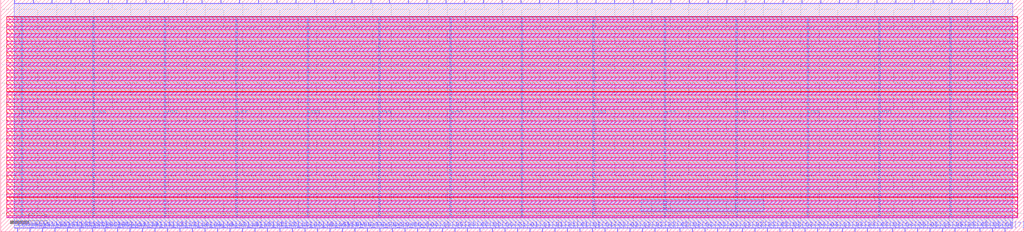
<source format=lef>
VERSION 5.7 ;
  NOWIREEXTENSIONATPIN ON ;
  DIVIDERCHAR "/" ;
  BUSBITCHARS "[]" ;
MACRO ram_controller
  CLASS BLOCK ;
  FOREIGN ram_controller ;
  ORIGIN 0.000 0.000 ;
  SIZE 1100.000 BY 250.000 ;
  PIN A_all[0]
    DIRECTION OUTPUT TRISTATE ;
    USE SIGNAL ;
    ANTENNADIFFAREA 4.731200 ;
    PORT
      LAYER Metal2 ;
        RECT 138.880 0.000 139.440 4.000 ;
    END
  END A_all[0]
  PIN A_all[1]
    DIRECTION OUTPUT TRISTATE ;
    USE SIGNAL ;
    ANTENNADIFFAREA 4.731200 ;
    PORT
      LAYER Metal2 ;
        RECT 152.320 0.000 152.880 4.000 ;
    END
  END A_all[1]
  PIN A_all[2]
    DIRECTION OUTPUT TRISTATE ;
    USE SIGNAL ;
    ANTENNADIFFAREA 4.731200 ;
    PORT
      LAYER Metal2 ;
        RECT 165.760 0.000 166.320 4.000 ;
    END
  END A_all[2]
  PIN A_all[3]
    DIRECTION OUTPUT TRISTATE ;
    USE SIGNAL ;
    ANTENNADIFFAREA 4.731200 ;
    PORT
      LAYER Metal2 ;
        RECT 179.200 0.000 179.760 4.000 ;
    END
  END A_all[3]
  PIN A_all[4]
    DIRECTION OUTPUT TRISTATE ;
    USE SIGNAL ;
    ANTENNADIFFAREA 4.731200 ;
    PORT
      LAYER Metal2 ;
        RECT 192.640 0.000 193.200 4.000 ;
    END
  END A_all[4]
  PIN A_all[5]
    DIRECTION OUTPUT TRISTATE ;
    USE SIGNAL ;
    ANTENNADIFFAREA 4.731200 ;
    PORT
      LAYER Metal2 ;
        RECT 206.080 0.000 206.640 4.000 ;
    END
  END A_all[5]
  PIN A_all[6]
    DIRECTION OUTPUT TRISTATE ;
    USE SIGNAL ;
    ANTENNADIFFAREA 4.731200 ;
    PORT
      LAYER Metal2 ;
        RECT 219.520 0.000 220.080 4.000 ;
    END
  END A_all[6]
  PIN A_all[7]
    DIRECTION OUTPUT TRISTATE ;
    USE SIGNAL ;
    ANTENNADIFFAREA 4.731200 ;
    PORT
      LAYER Metal2 ;
        RECT 232.960 0.000 233.520 4.000 ;
    END
  END A_all[7]
  PIN A_all[8]
    DIRECTION OUTPUT TRISTATE ;
    USE SIGNAL ;
    ANTENNADIFFAREA 4.731200 ;
    PORT
      LAYER Metal2 ;
        RECT 246.400 0.000 246.960 4.000 ;
    END
  END A_all[8]
  PIN CEN_all
    DIRECTION OUTPUT TRISTATE ;
    USE SIGNAL ;
    ANTENNADIFFAREA 4.731200 ;
    PORT
      LAYER Metal2 ;
        RECT 17.920 0.000 18.480 4.000 ;
    END
  END CEN_all
  PIN D_all[0]
    DIRECTION OUTPUT TRISTATE ;
    USE SIGNAL ;
    ANTENNADIFFAREA 4.731200 ;
    PORT
      LAYER Metal2 ;
        RECT 259.840 0.000 260.400 4.000 ;
    END
  END D_all[0]
  PIN D_all[1]
    DIRECTION OUTPUT TRISTATE ;
    USE SIGNAL ;
    ANTENNADIFFAREA 4.731200 ;
    PORT
      LAYER Metal2 ;
        RECT 273.280 0.000 273.840 4.000 ;
    END
  END D_all[1]
  PIN D_all[2]
    DIRECTION OUTPUT TRISTATE ;
    USE SIGNAL ;
    ANTENNADIFFAREA 4.731200 ;
    PORT
      LAYER Metal2 ;
        RECT 286.720 0.000 287.280 4.000 ;
    END
  END D_all[2]
  PIN D_all[3]
    DIRECTION OUTPUT TRISTATE ;
    USE SIGNAL ;
    ANTENNADIFFAREA 4.731200 ;
    PORT
      LAYER Metal2 ;
        RECT 300.160 0.000 300.720 4.000 ;
    END
  END D_all[3]
  PIN D_all[4]
    DIRECTION OUTPUT TRISTATE ;
    USE SIGNAL ;
    ANTENNADIFFAREA 4.731200 ;
    PORT
      LAYER Metal2 ;
        RECT 313.600 0.000 314.160 4.000 ;
    END
  END D_all[4]
  PIN D_all[5]
    DIRECTION OUTPUT TRISTATE ;
    USE SIGNAL ;
    ANTENNADIFFAREA 4.731200 ;
    PORT
      LAYER Metal2 ;
        RECT 327.040 0.000 327.600 4.000 ;
    END
  END D_all[5]
  PIN D_all[6]
    DIRECTION OUTPUT TRISTATE ;
    USE SIGNAL ;
    ANTENNADIFFAREA 4.731200 ;
    PORT
      LAYER Metal2 ;
        RECT 340.480 0.000 341.040 4.000 ;
    END
  END D_all[6]
  PIN D_all[7]
    DIRECTION OUTPUT TRISTATE ;
    USE SIGNAL ;
    ANTENNADIFFAREA 4.731200 ;
    PORT
      LAYER Metal2 ;
        RECT 353.920 0.000 354.480 4.000 ;
    END
  END D_all[7]
  PIN GWEN_0
    DIRECTION OUTPUT TRISTATE ;
    USE SIGNAL ;
    ANTENNADIFFAREA 4.731200 ;
    PORT
      LAYER Metal2 ;
        RECT 367.360 0.000 367.920 4.000 ;
    END
  END GWEN_0
  PIN GWEN_1
    DIRECTION OUTPUT TRISTATE ;
    USE SIGNAL ;
    ANTENNADIFFAREA 4.731200 ;
    PORT
      LAYER Metal2 ;
        RECT 380.800 0.000 381.360 4.000 ;
    END
  END GWEN_1
  PIN GWEN_2
    DIRECTION OUTPUT TRISTATE ;
    USE SIGNAL ;
    ANTENNADIFFAREA 4.731200 ;
    PORT
      LAYER Metal2 ;
        RECT 394.240 0.000 394.800 4.000 ;
    END
  END GWEN_2
  PIN GWEN_3
    DIRECTION OUTPUT TRISTATE ;
    USE SIGNAL ;
    ANTENNADIFFAREA 4.731200 ;
    PORT
      LAYER Metal2 ;
        RECT 407.680 0.000 408.240 4.000 ;
    END
  END GWEN_3
  PIN GWEN_4
    DIRECTION OUTPUT TRISTATE ;
    USE SIGNAL ;
    ANTENNADIFFAREA 4.731200 ;
    PORT
      LAYER Metal2 ;
        RECT 421.120 0.000 421.680 4.000 ;
    END
  END GWEN_4
  PIN GWEN_5
    DIRECTION OUTPUT TRISTATE ;
    USE SIGNAL ;
    ANTENNADIFFAREA 4.731200 ;
    PORT
      LAYER Metal2 ;
        RECT 434.560 0.000 435.120 4.000 ;
    END
  END GWEN_5
  PIN GWEN_6
    DIRECTION OUTPUT TRISTATE ;
    USE SIGNAL ;
    ANTENNADIFFAREA 4.731200 ;
    PORT
      LAYER Metal2 ;
        RECT 740.320 246.000 740.880 250.000 ;
    END
  END GWEN_6
  PIN GWEN_7
    DIRECTION OUTPUT TRISTATE ;
    USE SIGNAL ;
    ANTENNADIFFAREA 4.731200 ;
    PORT
      LAYER Metal2 ;
        RECT 760.480 246.000 761.040 250.000 ;
    END
  END GWEN_7
  PIN Q0[0]
    DIRECTION INPUT ;
    USE SIGNAL ;
    ANTENNAGATEAREA 0.498500 ;
    ANTENNADIFFAREA 0.410400 ;
    PORT
      LAYER Metal2 ;
        RECT 448.000 0.000 448.560 4.000 ;
    END
  END Q0[0]
  PIN Q0[1]
    DIRECTION INPUT ;
    USE SIGNAL ;
    ANTENNAGATEAREA 0.498500 ;
    ANTENNADIFFAREA 0.410400 ;
    PORT
      LAYER Metal2 ;
        RECT 461.440 0.000 462.000 4.000 ;
    END
  END Q0[1]
  PIN Q0[2]
    DIRECTION INPUT ;
    USE SIGNAL ;
    ANTENNAGATEAREA 0.498500 ;
    ANTENNADIFFAREA 0.410400 ;
    PORT
      LAYER Metal2 ;
        RECT 474.880 0.000 475.440 4.000 ;
    END
  END Q0[2]
  PIN Q0[3]
    DIRECTION INPUT ;
    USE SIGNAL ;
    ANTENNAGATEAREA 0.741000 ;
    ANTENNADIFFAREA 0.410400 ;
    PORT
      LAYER Metal2 ;
        RECT 488.320 0.000 488.880 4.000 ;
    END
  END Q0[3]
  PIN Q0[4]
    DIRECTION INPUT ;
    USE SIGNAL ;
    ANTENNAGATEAREA 0.741000 ;
    ANTENNADIFFAREA 0.410400 ;
    PORT
      LAYER Metal2 ;
        RECT 501.760 0.000 502.320 4.000 ;
    END
  END Q0[4]
  PIN Q0[5]
    DIRECTION INPUT ;
    USE SIGNAL ;
    ANTENNAGATEAREA 0.741000 ;
    ANTENNADIFFAREA 0.410400 ;
    PORT
      LAYER Metal2 ;
        RECT 515.200 0.000 515.760 4.000 ;
    END
  END Q0[5]
  PIN Q0[6]
    DIRECTION INPUT ;
    USE SIGNAL ;
    ANTENNAGATEAREA 0.741000 ;
    ANTENNADIFFAREA 0.410400 ;
    PORT
      LAYER Metal2 ;
        RECT 528.640 0.000 529.200 4.000 ;
    END
  END Q0[6]
  PIN Q0[7]
    DIRECTION INPUT ;
    USE SIGNAL ;
    ANTENNAGATEAREA 0.741000 ;
    ANTENNADIFFAREA 0.410400 ;
    PORT
      LAYER Metal2 ;
        RECT 542.080 0.000 542.640 4.000 ;
    END
  END Q0[7]
  PIN Q1[0]
    DIRECTION INPUT ;
    USE SIGNAL ;
    ANTENNAGATEAREA 0.498500 ;
    ANTENNADIFFAREA 0.410400 ;
    PORT
      LAYER Metal2 ;
        RECT 555.520 0.000 556.080 4.000 ;
    END
  END Q1[0]
  PIN Q1[1]
    DIRECTION INPUT ;
    USE SIGNAL ;
    ANTENNAGATEAREA 0.741000 ;
    ANTENNADIFFAREA 0.410400 ;
    PORT
      LAYER Metal2 ;
        RECT 568.960 0.000 569.520 4.000 ;
    END
  END Q1[1]
  PIN Q1[2]
    DIRECTION INPUT ;
    USE SIGNAL ;
    ANTENNAGATEAREA 0.741000 ;
    ANTENNADIFFAREA 0.410400 ;
    PORT
      LAYER Metal2 ;
        RECT 582.400 0.000 582.960 4.000 ;
    END
  END Q1[2]
  PIN Q1[3]
    DIRECTION INPUT ;
    USE SIGNAL ;
    ANTENNAGATEAREA 0.741000 ;
    ANTENNADIFFAREA 0.410400 ;
    PORT
      LAYER Metal2 ;
        RECT 595.840 0.000 596.400 4.000 ;
    END
  END Q1[3]
  PIN Q1[4]
    DIRECTION INPUT ;
    USE SIGNAL ;
    ANTENNAGATEAREA 0.741000 ;
    ANTENNADIFFAREA 0.410400 ;
    PORT
      LAYER Metal2 ;
        RECT 609.280 0.000 609.840 4.000 ;
    END
  END Q1[4]
  PIN Q1[5]
    DIRECTION INPUT ;
    USE SIGNAL ;
    ANTENNAGATEAREA 0.498500 ;
    ANTENNADIFFAREA 0.410400 ;
    PORT
      LAYER Metal2 ;
        RECT 622.720 0.000 623.280 4.000 ;
    END
  END Q1[5]
  PIN Q1[6]
    DIRECTION INPUT ;
    USE SIGNAL ;
    ANTENNAGATEAREA 0.741000 ;
    ANTENNADIFFAREA 0.410400 ;
    PORT
      LAYER Metal2 ;
        RECT 636.160 0.000 636.720 4.000 ;
    END
  END Q1[6]
  PIN Q1[7]
    DIRECTION INPUT ;
    USE SIGNAL ;
    ANTENNAGATEAREA 0.741000 ;
    ANTENNADIFFAREA 0.410400 ;
    PORT
      LAYER Metal2 ;
        RECT 649.600 0.000 650.160 4.000 ;
    END
  END Q1[7]
  PIN Q2[0]
    DIRECTION INPUT ;
    USE SIGNAL ;
    ANTENNAGATEAREA 0.498500 ;
    ANTENNADIFFAREA 0.410400 ;
    PORT
      LAYER Metal2 ;
        RECT 663.040 0.000 663.600 4.000 ;
    END
  END Q2[0]
  PIN Q2[1]
    DIRECTION INPUT ;
    USE SIGNAL ;
    ANTENNAGATEAREA 0.498500 ;
    ANTENNADIFFAREA 0.410400 ;
    PORT
      LAYER Metal2 ;
        RECT 676.480 0.000 677.040 4.000 ;
    END
  END Q2[1]
  PIN Q2[2]
    DIRECTION INPUT ;
    USE SIGNAL ;
    ANTENNAGATEAREA 0.498500 ;
    ANTENNADIFFAREA 0.410400 ;
    PORT
      LAYER Metal2 ;
        RECT 689.920 0.000 690.480 4.000 ;
    END
  END Q2[2]
  PIN Q2[3]
    DIRECTION INPUT ;
    USE SIGNAL ;
    ANTENNAGATEAREA 0.741000 ;
    ANTENNADIFFAREA 0.410400 ;
    PORT
      LAYER Metal2 ;
        RECT 703.360 0.000 703.920 4.000 ;
    END
  END Q2[3]
  PIN Q2[4]
    DIRECTION INPUT ;
    USE SIGNAL ;
    ANTENNAGATEAREA 0.741000 ;
    ANTENNADIFFAREA 0.410400 ;
    PORT
      LAYER Metal2 ;
        RECT 716.800 0.000 717.360 4.000 ;
    END
  END Q2[4]
  PIN Q2[5]
    DIRECTION INPUT ;
    USE SIGNAL ;
    ANTENNAGATEAREA 0.741000 ;
    ANTENNADIFFAREA 0.410400 ;
    PORT
      LAYER Metal2 ;
        RECT 730.240 0.000 730.800 4.000 ;
    END
  END Q2[5]
  PIN Q2[6]
    DIRECTION INPUT ;
    USE SIGNAL ;
    ANTENNAGATEAREA 0.498500 ;
    ANTENNADIFFAREA 0.410400 ;
    PORT
      LAYER Metal2 ;
        RECT 743.680 0.000 744.240 4.000 ;
    END
  END Q2[6]
  PIN Q2[7]
    DIRECTION INPUT ;
    USE SIGNAL ;
    ANTENNAGATEAREA 0.498500 ;
    ANTENNADIFFAREA 0.410400 ;
    PORT
      LAYER Metal2 ;
        RECT 757.120 0.000 757.680 4.000 ;
    END
  END Q2[7]
  PIN Q3[0]
    DIRECTION INPUT ;
    USE SIGNAL ;
    ANTENNAGATEAREA 0.741000 ;
    ANTENNADIFFAREA 0.410400 ;
    PORT
      LAYER Metal2 ;
        RECT 770.560 0.000 771.120 4.000 ;
    END
  END Q3[0]
  PIN Q3[1]
    DIRECTION INPUT ;
    USE SIGNAL ;
    ANTENNAGATEAREA 0.741000 ;
    ANTENNADIFFAREA 0.410400 ;
    PORT
      LAYER Metal2 ;
        RECT 784.000 0.000 784.560 4.000 ;
    END
  END Q3[1]
  PIN Q3[2]
    DIRECTION INPUT ;
    USE SIGNAL ;
    ANTENNAGATEAREA 0.741000 ;
    ANTENNADIFFAREA 0.410400 ;
    PORT
      LAYER Metal2 ;
        RECT 797.440 0.000 798.000 4.000 ;
    END
  END Q3[2]
  PIN Q3[3]
    DIRECTION INPUT ;
    USE SIGNAL ;
    ANTENNAGATEAREA 0.741000 ;
    ANTENNADIFFAREA 0.410400 ;
    PORT
      LAYER Metal2 ;
        RECT 810.880 0.000 811.440 4.000 ;
    END
  END Q3[3]
  PIN Q3[4]
    DIRECTION INPUT ;
    USE SIGNAL ;
    ANTENNAGATEAREA 0.741000 ;
    ANTENNADIFFAREA 0.410400 ;
    PORT
      LAYER Metal2 ;
        RECT 824.320 0.000 824.880 4.000 ;
    END
  END Q3[4]
  PIN Q3[5]
    DIRECTION INPUT ;
    USE SIGNAL ;
    ANTENNAGATEAREA 0.741000 ;
    ANTENNADIFFAREA 0.410400 ;
    PORT
      LAYER Metal2 ;
        RECT 837.760 0.000 838.320 4.000 ;
    END
  END Q3[5]
  PIN Q3[6]
    DIRECTION INPUT ;
    USE SIGNAL ;
    ANTENNAGATEAREA 0.741000 ;
    ANTENNADIFFAREA 0.410400 ;
    PORT
      LAYER Metal2 ;
        RECT 851.200 0.000 851.760 4.000 ;
    END
  END Q3[6]
  PIN Q3[7]
    DIRECTION INPUT ;
    USE SIGNAL ;
    ANTENNAGATEAREA 0.741000 ;
    ANTENNADIFFAREA 0.410400 ;
    PORT
      LAYER Metal2 ;
        RECT 864.640 0.000 865.200 4.000 ;
    END
  END Q3[7]
  PIN Q4[0]
    DIRECTION INPUT ;
    USE SIGNAL ;
    ANTENNAGATEAREA 0.741000 ;
    ANTENNADIFFAREA 0.410400 ;
    PORT
      LAYER Metal2 ;
        RECT 878.080 0.000 878.640 4.000 ;
    END
  END Q4[0]
  PIN Q4[1]
    DIRECTION INPUT ;
    USE SIGNAL ;
    ANTENNAGATEAREA 0.741000 ;
    ANTENNADIFFAREA 0.410400 ;
    PORT
      LAYER Metal2 ;
        RECT 891.520 0.000 892.080 4.000 ;
    END
  END Q4[1]
  PIN Q4[2]
    DIRECTION INPUT ;
    USE SIGNAL ;
    ANTENNAGATEAREA 0.741000 ;
    ANTENNADIFFAREA 0.410400 ;
    PORT
      LAYER Metal2 ;
        RECT 904.960 0.000 905.520 4.000 ;
    END
  END Q4[2]
  PIN Q4[3]
    DIRECTION INPUT ;
    USE SIGNAL ;
    ANTENNAGATEAREA 0.741000 ;
    ANTENNADIFFAREA 0.410400 ;
    PORT
      LAYER Metal2 ;
        RECT 918.400 0.000 918.960 4.000 ;
    END
  END Q4[3]
  PIN Q4[4]
    DIRECTION INPUT ;
    USE SIGNAL ;
    ANTENNAGATEAREA 0.741000 ;
    ANTENNADIFFAREA 0.410400 ;
    PORT
      LAYER Metal2 ;
        RECT 931.840 0.000 932.400 4.000 ;
    END
  END Q4[4]
  PIN Q4[5]
    DIRECTION INPUT ;
    USE SIGNAL ;
    ANTENNAGATEAREA 0.741000 ;
    ANTENNADIFFAREA 0.410400 ;
    PORT
      LAYER Metal2 ;
        RECT 945.280 0.000 945.840 4.000 ;
    END
  END Q4[5]
  PIN Q4[6]
    DIRECTION INPUT ;
    USE SIGNAL ;
    ANTENNAGATEAREA 0.741000 ;
    ANTENNADIFFAREA 0.410400 ;
    PORT
      LAYER Metal2 ;
        RECT 958.720 0.000 959.280 4.000 ;
    END
  END Q4[6]
  PIN Q4[7]
    DIRECTION INPUT ;
    USE SIGNAL ;
    ANTENNAGATEAREA 0.741000 ;
    ANTENNADIFFAREA 0.410400 ;
    PORT
      LAYER Metal2 ;
        RECT 972.160 0.000 972.720 4.000 ;
    END
  END Q4[7]
  PIN Q5[0]
    DIRECTION INPUT ;
    USE SIGNAL ;
    ANTENNAGATEAREA 0.726000 ;
    ANTENNADIFFAREA 0.410400 ;
    PORT
      LAYER Metal2 ;
        RECT 985.600 0.000 986.160 4.000 ;
    END
  END Q5[0]
  PIN Q5[1]
    DIRECTION INPUT ;
    USE SIGNAL ;
    ANTENNAGATEAREA 1.102000 ;
    ANTENNADIFFAREA 0.410400 ;
    PORT
      LAYER Metal2 ;
        RECT 999.040 0.000 999.600 4.000 ;
    END
  END Q5[1]
  PIN Q5[2]
    DIRECTION INPUT ;
    USE SIGNAL ;
    ANTENNAGATEAREA 1.102000 ;
    ANTENNADIFFAREA 0.410400 ;
    PORT
      LAYER Metal2 ;
        RECT 1012.480 0.000 1013.040 4.000 ;
    END
  END Q5[2]
  PIN Q5[3]
    DIRECTION INPUT ;
    USE SIGNAL ;
    ANTENNAGATEAREA 0.726000 ;
    ANTENNADIFFAREA 0.410400 ;
    PORT
      LAYER Metal2 ;
        RECT 1025.920 0.000 1026.480 4.000 ;
    END
  END Q5[3]
  PIN Q5[4]
    DIRECTION INPUT ;
    USE SIGNAL ;
    ANTENNAGATEAREA 1.102000 ;
    ANTENNADIFFAREA 0.410400 ;
    PORT
      LAYER Metal2 ;
        RECT 1039.360 0.000 1039.920 4.000 ;
    END
  END Q5[4]
  PIN Q5[5]
    DIRECTION INPUT ;
    USE SIGNAL ;
    ANTENNAGATEAREA 1.102000 ;
    ANTENNADIFFAREA 0.410400 ;
    PORT
      LAYER Metal2 ;
        RECT 1052.800 0.000 1053.360 4.000 ;
    END
  END Q5[5]
  PIN Q5[6]
    DIRECTION INPUT ;
    USE SIGNAL ;
    ANTENNAGATEAREA 1.102000 ;
    ANTENNADIFFAREA 0.410400 ;
    PORT
      LAYER Metal2 ;
        RECT 1066.240 0.000 1066.800 4.000 ;
    END
  END Q5[6]
  PIN Q5[7]
    DIRECTION INPUT ;
    USE SIGNAL ;
    ANTENNAGATEAREA 1.102000 ;
    ANTENNADIFFAREA 0.410400 ;
    PORT
      LAYER Metal2 ;
        RECT 1079.680 0.000 1080.240 4.000 ;
    END
  END Q5[7]
  PIN Q6[0]
    DIRECTION INPUT ;
    USE SIGNAL ;
    ANTENNAGATEAREA 0.741000 ;
    ANTENNADIFFAREA 0.410400 ;
    PORT
      LAYER Metal2 ;
        RECT 780.640 246.000 781.200 250.000 ;
    END
  END Q6[0]
  PIN Q6[1]
    DIRECTION INPUT ;
    USE SIGNAL ;
    ANTENNAGATEAREA 0.741000 ;
    ANTENNADIFFAREA 0.410400 ;
    PORT
      LAYER Metal2 ;
        RECT 800.800 246.000 801.360 250.000 ;
    END
  END Q6[1]
  PIN Q6[2]
    DIRECTION INPUT ;
    USE SIGNAL ;
    ANTENNAGATEAREA 0.498500 ;
    ANTENNADIFFAREA 0.410400 ;
    PORT
      LAYER Metal2 ;
        RECT 820.960 246.000 821.520 250.000 ;
    END
  END Q6[2]
  PIN Q6[3]
    DIRECTION INPUT ;
    USE SIGNAL ;
    ANTENNAGATEAREA 0.741000 ;
    ANTENNADIFFAREA 0.410400 ;
    PORT
      LAYER Metal2 ;
        RECT 841.120 246.000 841.680 250.000 ;
    END
  END Q6[3]
  PIN Q6[4]
    DIRECTION INPUT ;
    USE SIGNAL ;
    ANTENNAGATEAREA 0.498500 ;
    ANTENNADIFFAREA 0.410400 ;
    PORT
      LAYER Metal2 ;
        RECT 861.280 246.000 861.840 250.000 ;
    END
  END Q6[4]
  PIN Q6[5]
    DIRECTION INPUT ;
    USE SIGNAL ;
    ANTENNAGATEAREA 0.498500 ;
    ANTENNADIFFAREA 0.410400 ;
    PORT
      LAYER Metal2 ;
        RECT 881.440 246.000 882.000 250.000 ;
    END
  END Q6[5]
  PIN Q6[6]
    DIRECTION INPUT ;
    USE SIGNAL ;
    ANTENNAGATEAREA 0.498500 ;
    ANTENNADIFFAREA 0.410400 ;
    PORT
      LAYER Metal2 ;
        RECT 901.600 246.000 902.160 250.000 ;
    END
  END Q6[6]
  PIN Q6[7]
    DIRECTION INPUT ;
    USE SIGNAL ;
    ANTENNAGATEAREA 0.498500 ;
    ANTENNADIFFAREA 0.410400 ;
    PORT
      LAYER Metal2 ;
        RECT 921.760 246.000 922.320 250.000 ;
    END
  END Q6[7]
  PIN Q7[0]
    DIRECTION INPUT ;
    USE SIGNAL ;
    ANTENNAGATEAREA 1.102000 ;
    ANTENNADIFFAREA 0.410400 ;
    PORT
      LAYER Metal2 ;
        RECT 941.920 246.000 942.480 250.000 ;
    END
  END Q7[0]
  PIN Q7[1]
    DIRECTION INPUT ;
    USE SIGNAL ;
    ANTENNAGATEAREA 1.102000 ;
    ANTENNADIFFAREA 0.410400 ;
    PORT
      LAYER Metal2 ;
        RECT 962.080 246.000 962.640 250.000 ;
    END
  END Q7[1]
  PIN Q7[2]
    DIRECTION INPUT ;
    USE SIGNAL ;
    ANTENNAGATEAREA 1.102000 ;
    ANTENNADIFFAREA 0.410400 ;
    PORT
      LAYER Metal2 ;
        RECT 982.240 246.000 982.800 250.000 ;
    END
  END Q7[2]
  PIN Q7[3]
    DIRECTION INPUT ;
    USE SIGNAL ;
    ANTENNAGATEAREA 1.102000 ;
    ANTENNADIFFAREA 0.410400 ;
    PORT
      LAYER Metal2 ;
        RECT 1002.400 246.000 1002.960 250.000 ;
    END
  END Q7[3]
  PIN Q7[4]
    DIRECTION INPUT ;
    USE SIGNAL ;
    ANTENNAGATEAREA 1.102000 ;
    ANTENNADIFFAREA 0.410400 ;
    PORT
      LAYER Metal2 ;
        RECT 1022.560 246.000 1023.120 250.000 ;
    END
  END Q7[4]
  PIN Q7[5]
    DIRECTION INPUT ;
    USE SIGNAL ;
    ANTENNAGATEAREA 1.102000 ;
    ANTENNADIFFAREA 0.410400 ;
    PORT
      LAYER Metal2 ;
        RECT 1042.720 246.000 1043.280 250.000 ;
    END
  END Q7[5]
  PIN Q7[6]
    DIRECTION INPUT ;
    USE SIGNAL ;
    ANTENNAGATEAREA 1.183000 ;
    ANTENNADIFFAREA 0.410400 ;
    PORT
      LAYER Metal2 ;
        RECT 1062.880 246.000 1063.440 250.000 ;
    END
  END Q7[6]
  PIN Q7[7]
    DIRECTION INPUT ;
    USE SIGNAL ;
    ANTENNAGATEAREA 1.183000 ;
    ANTENNADIFFAREA 0.410400 ;
    PORT
      LAYER Metal2 ;
        RECT 1083.040 246.000 1083.600 250.000 ;
    END
  END Q7[7]
  PIN WEN_all[0]
    DIRECTION OUTPUT TRISTATE ;
    USE SIGNAL ;
    ANTENNADIFFAREA 0.360800 ;
    PORT
      LAYER Metal2 ;
        RECT 31.360 0.000 31.920 4.000 ;
    END
  END WEN_all[0]
  PIN WEN_all[1]
    DIRECTION OUTPUT TRISTATE ;
    USE SIGNAL ;
    ANTENNADIFFAREA 0.360800 ;
    PORT
      LAYER Metal2 ;
        RECT 44.800 0.000 45.360 4.000 ;
    END
  END WEN_all[1]
  PIN WEN_all[2]
    DIRECTION OUTPUT TRISTATE ;
    USE SIGNAL ;
    ANTENNADIFFAREA 0.360800 ;
    PORT
      LAYER Metal2 ;
        RECT 58.240 0.000 58.800 4.000 ;
    END
  END WEN_all[2]
  PIN WEN_all[3]
    DIRECTION OUTPUT TRISTATE ;
    USE SIGNAL ;
    ANTENNADIFFAREA 0.360800 ;
    PORT
      LAYER Metal2 ;
        RECT 71.680 0.000 72.240 4.000 ;
    END
  END WEN_all[3]
  PIN WEN_all[4]
    DIRECTION OUTPUT TRISTATE ;
    USE SIGNAL ;
    ANTENNADIFFAREA 0.360800 ;
    PORT
      LAYER Metal2 ;
        RECT 85.120 0.000 85.680 4.000 ;
    END
  END WEN_all[4]
  PIN WEN_all[5]
    DIRECTION OUTPUT TRISTATE ;
    USE SIGNAL ;
    ANTENNADIFFAREA 0.360800 ;
    PORT
      LAYER Metal2 ;
        RECT 98.560 0.000 99.120 4.000 ;
    END
  END WEN_all[5]
  PIN WEN_all[6]
    DIRECTION OUTPUT TRISTATE ;
    USE SIGNAL ;
    ANTENNADIFFAREA 0.360800 ;
    PORT
      LAYER Metal2 ;
        RECT 112.000 0.000 112.560 4.000 ;
    END
  END WEN_all[6]
  PIN WEN_all[7]
    DIRECTION OUTPUT TRISTATE ;
    USE SIGNAL ;
    ANTENNADIFFAREA 0.360800 ;
    PORT
      LAYER Metal2 ;
        RECT 125.440 0.000 126.000 4.000 ;
    END
  END WEN_all[7]
  PIN WEb_ram
    DIRECTION INPUT ;
    USE SIGNAL ;
    ANTENNAGATEAREA 1.183000 ;
    ANTENNADIFFAREA 0.410400 ;
    PORT
      LAYER Metal2 ;
        RECT 54.880 246.000 55.440 250.000 ;
    END
  END WEb_ram
  PIN bus_in[0]
    DIRECTION INPUT ;
    USE SIGNAL ;
    ANTENNAGATEAREA 0.726000 ;
    ANTENNADIFFAREA 0.410400 ;
    PORT
      LAYER Metal2 ;
        RECT 75.040 246.000 75.600 250.000 ;
    END
  END bus_in[0]
  PIN bus_in[1]
    DIRECTION INPUT ;
    USE SIGNAL ;
    ANTENNAGATEAREA 0.726000 ;
    ANTENNADIFFAREA 0.410400 ;
    PORT
      LAYER Metal2 ;
        RECT 95.200 246.000 95.760 250.000 ;
    END
  END bus_in[1]
  PIN bus_in[2]
    DIRECTION INPUT ;
    USE SIGNAL ;
    ANTENNAGATEAREA 0.726000 ;
    ANTENNADIFFAREA 0.410400 ;
    PORT
      LAYER Metal2 ;
        RECT 115.360 246.000 115.920 250.000 ;
    END
  END bus_in[2]
  PIN bus_in[3]
    DIRECTION INPUT ;
    USE SIGNAL ;
    ANTENNAGATEAREA 0.726000 ;
    ANTENNADIFFAREA 0.410400 ;
    PORT
      LAYER Metal2 ;
        RECT 135.520 246.000 136.080 250.000 ;
    END
  END bus_in[3]
  PIN bus_in[4]
    DIRECTION INPUT ;
    USE SIGNAL ;
    ANTENNAGATEAREA 0.726000 ;
    ANTENNADIFFAREA 0.410400 ;
    PORT
      LAYER Metal2 ;
        RECT 155.680 246.000 156.240 250.000 ;
    END
  END bus_in[4]
  PIN bus_in[5]
    DIRECTION INPUT ;
    USE SIGNAL ;
    ANTENNAGATEAREA 0.726000 ;
    ANTENNADIFFAREA 0.410400 ;
    PORT
      LAYER Metal2 ;
        RECT 175.840 246.000 176.400 250.000 ;
    END
  END bus_in[5]
  PIN bus_in[6]
    DIRECTION INPUT ;
    USE SIGNAL ;
    ANTENNAGATEAREA 0.726000 ;
    ANTENNADIFFAREA 0.410400 ;
    PORT
      LAYER Metal2 ;
        RECT 196.000 246.000 196.560 250.000 ;
    END
  END bus_in[6]
  PIN bus_in[7]
    DIRECTION INPUT ;
    USE SIGNAL ;
    ANTENNAGATEAREA 0.726000 ;
    ANTENNADIFFAREA 0.410400 ;
    PORT
      LAYER Metal2 ;
        RECT 216.160 246.000 216.720 250.000 ;
    END
  END bus_in[7]
  PIN bus_out[0]
    DIRECTION OUTPUT TRISTATE ;
    USE SIGNAL ;
    ANTENNADIFFAREA 4.731200 ;
    PORT
      LAYER Metal2 ;
        RECT 236.320 246.000 236.880 250.000 ;
    END
  END bus_out[0]
  PIN bus_out[1]
    DIRECTION OUTPUT TRISTATE ;
    USE SIGNAL ;
    ANTENNADIFFAREA 4.731200 ;
    PORT
      LAYER Metal2 ;
        RECT 256.480 246.000 257.040 250.000 ;
    END
  END bus_out[1]
  PIN bus_out[2]
    DIRECTION OUTPUT TRISTATE ;
    USE SIGNAL ;
    ANTENNADIFFAREA 4.731200 ;
    PORT
      LAYER Metal2 ;
        RECT 276.640 246.000 277.200 250.000 ;
    END
  END bus_out[2]
  PIN bus_out[3]
    DIRECTION OUTPUT TRISTATE ;
    USE SIGNAL ;
    ANTENNADIFFAREA 4.731200 ;
    PORT
      LAYER Metal2 ;
        RECT 296.800 246.000 297.360 250.000 ;
    END
  END bus_out[3]
  PIN bus_out[4]
    DIRECTION OUTPUT TRISTATE ;
    USE SIGNAL ;
    ANTENNADIFFAREA 4.731200 ;
    PORT
      LAYER Metal2 ;
        RECT 316.960 246.000 317.520 250.000 ;
    END
  END bus_out[4]
  PIN bus_out[5]
    DIRECTION OUTPUT TRISTATE ;
    USE SIGNAL ;
    ANTENNADIFFAREA 4.731200 ;
    PORT
      LAYER Metal2 ;
        RECT 337.120 246.000 337.680 250.000 ;
    END
  END bus_out[5]
  PIN bus_out[6]
    DIRECTION OUTPUT TRISTATE ;
    USE SIGNAL ;
    ANTENNADIFFAREA 4.731200 ;
    PORT
      LAYER Metal2 ;
        RECT 357.280 246.000 357.840 250.000 ;
    END
  END bus_out[6]
  PIN bus_out[7]
    DIRECTION OUTPUT TRISTATE ;
    USE SIGNAL ;
    ANTENNADIFFAREA 4.731200 ;
    PORT
      LAYER Metal2 ;
        RECT 377.440 246.000 378.000 250.000 ;
    END
  END bus_out[7]
  PIN ram_enabled
    DIRECTION INPUT ;
    USE SIGNAL ;
    ANTENNAGATEAREA 0.498500 ;
    ANTENNADIFFAREA 0.410400 ;
    PORT
      LAYER Metal2 ;
        RECT 397.600 246.000 398.160 250.000 ;
    END
  END ram_enabled
  PIN requested_addr[0]
    DIRECTION INPUT ;
    USE SIGNAL ;
    ANTENNAGATEAREA 0.498500 ;
    ANTENNADIFFAREA 0.410400 ;
    PORT
      LAYER Metal2 ;
        RECT 417.760 246.000 418.320 250.000 ;
    END
  END requested_addr[0]
  PIN requested_addr[10]
    DIRECTION INPUT ;
    USE SIGNAL ;
    ANTENNAGATEAREA 0.498500 ;
    ANTENNADIFFAREA 0.410400 ;
    PORT
      LAYER Metal2 ;
        RECT 619.360 246.000 619.920 250.000 ;
    END
  END requested_addr[10]
  PIN requested_addr[11]
    DIRECTION INPUT ;
    USE SIGNAL ;
    ANTENNAGATEAREA 0.498500 ;
    ANTENNADIFFAREA 0.410400 ;
    PORT
      LAYER Metal2 ;
        RECT 639.520 246.000 640.080 250.000 ;
    END
  END requested_addr[11]
  PIN requested_addr[12]
    DIRECTION INPUT ;
    USE SIGNAL ;
    ANTENNAGATEAREA 0.741000 ;
    ANTENNADIFFAREA 0.410400 ;
    PORT
      LAYER Metal2 ;
        RECT 659.680 246.000 660.240 250.000 ;
    END
  END requested_addr[12]
  PIN requested_addr[13]
    DIRECTION INPUT ;
    USE SIGNAL ;
    ANTENNAGATEAREA 0.741000 ;
    ANTENNADIFFAREA 0.410400 ;
    PORT
      LAYER Metal2 ;
        RECT 679.840 246.000 680.400 250.000 ;
    END
  END requested_addr[13]
  PIN requested_addr[14]
    DIRECTION INPUT ;
    USE SIGNAL ;
    ANTENNAGATEAREA 0.741000 ;
    ANTENNADIFFAREA 0.410400 ;
    PORT
      LAYER Metal2 ;
        RECT 700.000 246.000 700.560 250.000 ;
    END
  END requested_addr[14]
  PIN requested_addr[15]
    DIRECTION INPUT ;
    USE SIGNAL ;
    ANTENNAGATEAREA 0.741000 ;
    ANTENNADIFFAREA 0.410400 ;
    PORT
      LAYER Metal2 ;
        RECT 720.160 246.000 720.720 250.000 ;
    END
  END requested_addr[15]
  PIN requested_addr[1]
    DIRECTION INPUT ;
    USE SIGNAL ;
    ANTENNAGATEAREA 0.498500 ;
    ANTENNADIFFAREA 0.410400 ;
    PORT
      LAYER Metal2 ;
        RECT 437.920 246.000 438.480 250.000 ;
    END
  END requested_addr[1]
  PIN requested_addr[2]
    DIRECTION INPUT ;
    USE SIGNAL ;
    ANTENNAGATEAREA 0.498500 ;
    ANTENNADIFFAREA 0.410400 ;
    PORT
      LAYER Metal2 ;
        RECT 458.080 246.000 458.640 250.000 ;
    END
  END requested_addr[2]
  PIN requested_addr[3]
    DIRECTION INPUT ;
    USE SIGNAL ;
    ANTENNAGATEAREA 0.498500 ;
    ANTENNADIFFAREA 0.410400 ;
    PORT
      LAYER Metal2 ;
        RECT 478.240 246.000 478.800 250.000 ;
    END
  END requested_addr[3]
  PIN requested_addr[4]
    DIRECTION INPUT ;
    USE SIGNAL ;
    ANTENNAGATEAREA 0.498500 ;
    ANTENNADIFFAREA 0.410400 ;
    PORT
      LAYER Metal2 ;
        RECT 498.400 246.000 498.960 250.000 ;
    END
  END requested_addr[4]
  PIN requested_addr[5]
    DIRECTION INPUT ;
    USE SIGNAL ;
    ANTENNAGATEAREA 0.498500 ;
    ANTENNADIFFAREA 0.410400 ;
    PORT
      LAYER Metal2 ;
        RECT 518.560 246.000 519.120 250.000 ;
    END
  END requested_addr[5]
  PIN requested_addr[6]
    DIRECTION INPUT ;
    USE SIGNAL ;
    ANTENNAGATEAREA 0.498500 ;
    ANTENNADIFFAREA 0.410400 ;
    PORT
      LAYER Metal2 ;
        RECT 538.720 246.000 539.280 250.000 ;
    END
  END requested_addr[6]
  PIN requested_addr[7]
    DIRECTION INPUT ;
    USE SIGNAL ;
    ANTENNAGATEAREA 0.498500 ;
    ANTENNADIFFAREA 0.410400 ;
    PORT
      LAYER Metal2 ;
        RECT 558.880 246.000 559.440 250.000 ;
    END
  END requested_addr[7]
  PIN requested_addr[8]
    DIRECTION INPUT ;
    USE SIGNAL ;
    ANTENNAGATEAREA 0.498500 ;
    ANTENNADIFFAREA 0.410400 ;
    PORT
      LAYER Metal2 ;
        RECT 579.040 246.000 579.600 250.000 ;
    END
  END requested_addr[8]
  PIN requested_addr[9]
    DIRECTION INPUT ;
    USE SIGNAL ;
    ANTENNAGATEAREA 0.498500 ;
    ANTENNADIFFAREA 0.410400 ;
    PORT
      LAYER Metal2 ;
        RECT 599.200 246.000 599.760 250.000 ;
    END
  END requested_addr[9]
  PIN rst
    DIRECTION INPUT ;
    USE SIGNAL ;
    ANTENNAGATEAREA 0.498500 ;
    ANTENNADIFFAREA 0.410400 ;
    PORT
      LAYER Metal2 ;
        RECT 34.720 246.000 35.280 250.000 ;
    END
  END rst
  PIN vdd
    DIRECTION INOUT ;
    USE POWER ;
    PORT
      LAYER Metal4 ;
        RECT 22.240 15.380 23.840 231.580 ;
    END
    PORT
      LAYER Metal4 ;
        RECT 175.840 15.380 177.440 231.580 ;
    END
    PORT
      LAYER Metal4 ;
        RECT 329.440 15.380 331.040 231.580 ;
    END
    PORT
      LAYER Metal4 ;
        RECT 483.040 15.380 484.640 231.580 ;
    END
    PORT
      LAYER Metal4 ;
        RECT 636.640 15.380 638.240 231.580 ;
    END
    PORT
      LAYER Metal4 ;
        RECT 790.240 15.380 791.840 231.580 ;
    END
    PORT
      LAYER Metal4 ;
        RECT 943.840 15.380 945.440 231.580 ;
    END
  END vdd
  PIN vss
    DIRECTION INOUT ;
    USE GROUND ;
    PORT
      LAYER Metal4 ;
        RECT 99.040 15.380 100.640 231.580 ;
    END
    PORT
      LAYER Metal4 ;
        RECT 252.640 15.380 254.240 231.580 ;
    END
    PORT
      LAYER Metal4 ;
        RECT 406.240 15.380 407.840 231.580 ;
    END
    PORT
      LAYER Metal4 ;
        RECT 559.840 15.380 561.440 231.580 ;
    END
    PORT
      LAYER Metal4 ;
        RECT 713.440 15.380 715.040 231.580 ;
    END
    PORT
      LAYER Metal4 ;
        RECT 867.040 15.380 868.640 231.580 ;
    END
    PORT
      LAYER Metal4 ;
        RECT 1020.640 15.380 1022.240 231.580 ;
    END
  END vss
  PIN wb_clk_i
    DIRECTION INPUT ;
    USE SIGNAL ;
    ANTENNAGATEAREA 4.738000 ;
    ANTENNADIFFAREA 0.410400 ;
    PORT
      LAYER Metal2 ;
        RECT 14.560 246.000 15.120 250.000 ;
    END
  END wb_clk_i
  OBS
      LAYER Nwell ;
        RECT 6.290 229.120 1093.550 231.710 ;
      LAYER Pwell ;
        RECT 6.290 225.600 1093.550 229.120 ;
      LAYER Nwell ;
        RECT 6.290 221.405 1093.550 225.600 ;
        RECT 6.290 221.280 663.425 221.405 ;
      LAYER Pwell ;
        RECT 6.290 217.760 1093.550 221.280 ;
      LAYER Nwell ;
        RECT 6.290 217.635 697.240 217.760 ;
        RECT 6.290 213.440 1093.550 217.635 ;
      LAYER Pwell ;
        RECT 6.290 209.920 1093.550 213.440 ;
      LAYER Nwell ;
        RECT 6.290 205.600 1093.550 209.920 ;
      LAYER Pwell ;
        RECT 6.290 202.080 1093.550 205.600 ;
      LAYER Nwell ;
        RECT 6.290 197.760 1093.550 202.080 ;
      LAYER Pwell ;
        RECT 6.290 194.240 1093.550 197.760 ;
      LAYER Nwell ;
        RECT 6.290 189.920 1093.550 194.240 ;
      LAYER Pwell ;
        RECT 6.290 186.400 1093.550 189.920 ;
      LAYER Nwell ;
        RECT 6.290 182.080 1093.550 186.400 ;
      LAYER Pwell ;
        RECT 6.290 178.560 1093.550 182.080 ;
      LAYER Nwell ;
        RECT 6.290 174.240 1093.550 178.560 ;
      LAYER Pwell ;
        RECT 6.290 170.720 1093.550 174.240 ;
      LAYER Nwell ;
        RECT 6.290 166.400 1093.550 170.720 ;
      LAYER Pwell ;
        RECT 6.290 162.880 1093.550 166.400 ;
      LAYER Nwell ;
        RECT 6.290 158.560 1093.550 162.880 ;
      LAYER Pwell ;
        RECT 6.290 155.040 1093.550 158.560 ;
      LAYER Nwell ;
        RECT 6.290 154.915 539.880 155.040 ;
        RECT 6.290 150.845 1093.550 154.915 ;
        RECT 6.290 150.720 476.040 150.845 ;
      LAYER Pwell ;
        RECT 6.290 147.200 1093.550 150.720 ;
      LAYER Nwell ;
        RECT 6.290 147.075 499.000 147.200 ;
        RECT 6.290 142.880 1093.550 147.075 ;
      LAYER Pwell ;
        RECT 6.290 139.360 1093.550 142.880 ;
      LAYER Nwell ;
        RECT 6.290 135.040 1093.550 139.360 ;
      LAYER Pwell ;
        RECT 6.290 131.520 1093.550 135.040 ;
      LAYER Nwell ;
        RECT 6.290 127.200 1093.550 131.520 ;
      LAYER Pwell ;
        RECT 6.290 123.680 1093.550 127.200 ;
      LAYER Nwell ;
        RECT 6.290 119.360 1093.550 123.680 ;
      LAYER Pwell ;
        RECT 6.290 115.840 1093.550 119.360 ;
      LAYER Nwell ;
        RECT 6.290 111.520 1093.550 115.840 ;
      LAYER Pwell ;
        RECT 6.290 108.000 1093.550 111.520 ;
      LAYER Nwell ;
        RECT 6.290 103.680 1093.550 108.000 ;
      LAYER Pwell ;
        RECT 6.290 100.160 1093.550 103.680 ;
      LAYER Nwell ;
        RECT 6.290 95.840 1093.550 100.160 ;
      LAYER Pwell ;
        RECT 6.290 92.320 1093.550 95.840 ;
      LAYER Nwell ;
        RECT 6.290 88.000 1093.550 92.320 ;
      LAYER Pwell ;
        RECT 6.290 84.480 1093.550 88.000 ;
      LAYER Nwell ;
        RECT 6.290 80.160 1093.550 84.480 ;
      LAYER Pwell ;
        RECT 6.290 76.640 1093.550 80.160 ;
      LAYER Nwell ;
        RECT 6.290 72.320 1093.550 76.640 ;
      LAYER Pwell ;
        RECT 6.290 68.800 1093.550 72.320 ;
      LAYER Nwell ;
        RECT 6.290 64.480 1093.550 68.800 ;
      LAYER Pwell ;
        RECT 6.290 60.960 1093.550 64.480 ;
      LAYER Nwell ;
        RECT 6.290 56.640 1093.550 60.960 ;
      LAYER Pwell ;
        RECT 6.290 53.120 1093.550 56.640 ;
      LAYER Nwell ;
        RECT 6.290 52.995 781.350 53.120 ;
        RECT 6.290 48.800 1093.550 52.995 ;
      LAYER Pwell ;
        RECT 6.290 45.280 1093.550 48.800 ;
      LAYER Nwell ;
        RECT 6.290 45.155 676.305 45.280 ;
        RECT 6.290 41.085 1093.550 45.155 ;
        RECT 6.290 40.960 663.985 41.085 ;
      LAYER Pwell ;
        RECT 6.290 37.440 1093.550 40.960 ;
      LAYER Nwell ;
        RECT 6.290 37.315 657.265 37.440 ;
        RECT 6.290 33.245 1093.550 37.315 ;
        RECT 6.290 33.120 663.985 33.245 ;
      LAYER Pwell ;
        RECT 6.290 29.600 1093.550 33.120 ;
      LAYER Nwell ;
        RECT 6.290 29.475 680.785 29.600 ;
        RECT 6.290 25.280 1093.550 29.475 ;
      LAYER Pwell ;
        RECT 6.290 21.760 1093.550 25.280 ;
      LAYER Nwell ;
        RECT 6.290 21.635 758.070 21.760 ;
        RECT 6.290 17.440 1093.550 21.635 ;
      LAYER Pwell ;
        RECT 6.290 15.250 1093.550 17.440 ;
      LAYER Metal1 ;
        RECT 6.720 15.380 1093.120 232.250 ;
      LAYER Metal2 ;
        RECT 15.420 245.700 34.420 246.000 ;
        RECT 35.580 245.700 54.580 246.000 ;
        RECT 55.740 245.700 74.740 246.000 ;
        RECT 75.900 245.700 94.900 246.000 ;
        RECT 96.060 245.700 115.060 246.000 ;
        RECT 116.220 245.700 135.220 246.000 ;
        RECT 136.380 245.700 155.380 246.000 ;
        RECT 156.540 245.700 175.540 246.000 ;
        RECT 176.700 245.700 195.700 246.000 ;
        RECT 196.860 245.700 215.860 246.000 ;
        RECT 217.020 245.700 236.020 246.000 ;
        RECT 237.180 245.700 256.180 246.000 ;
        RECT 257.340 245.700 276.340 246.000 ;
        RECT 277.500 245.700 296.500 246.000 ;
        RECT 297.660 245.700 316.660 246.000 ;
        RECT 317.820 245.700 336.820 246.000 ;
        RECT 337.980 245.700 356.980 246.000 ;
        RECT 358.140 245.700 377.140 246.000 ;
        RECT 378.300 245.700 397.300 246.000 ;
        RECT 398.460 245.700 417.460 246.000 ;
        RECT 418.620 245.700 437.620 246.000 ;
        RECT 438.780 245.700 457.780 246.000 ;
        RECT 458.940 245.700 477.940 246.000 ;
        RECT 479.100 245.700 498.100 246.000 ;
        RECT 499.260 245.700 518.260 246.000 ;
        RECT 519.420 245.700 538.420 246.000 ;
        RECT 539.580 245.700 558.580 246.000 ;
        RECT 559.740 245.700 578.740 246.000 ;
        RECT 579.900 245.700 598.900 246.000 ;
        RECT 600.060 245.700 619.060 246.000 ;
        RECT 620.220 245.700 639.220 246.000 ;
        RECT 640.380 245.700 659.380 246.000 ;
        RECT 660.540 245.700 679.540 246.000 ;
        RECT 680.700 245.700 699.700 246.000 ;
        RECT 700.860 245.700 719.860 246.000 ;
        RECT 721.020 245.700 740.020 246.000 ;
        RECT 741.180 245.700 760.180 246.000 ;
        RECT 761.340 245.700 780.340 246.000 ;
        RECT 781.500 245.700 800.500 246.000 ;
        RECT 801.660 245.700 820.660 246.000 ;
        RECT 821.820 245.700 840.820 246.000 ;
        RECT 841.980 245.700 860.980 246.000 ;
        RECT 862.140 245.700 881.140 246.000 ;
        RECT 882.300 245.700 901.300 246.000 ;
        RECT 902.460 245.700 921.460 246.000 ;
        RECT 922.620 245.700 941.620 246.000 ;
        RECT 942.780 245.700 961.780 246.000 ;
        RECT 962.940 245.700 981.940 246.000 ;
        RECT 983.100 245.700 1002.100 246.000 ;
        RECT 1003.260 245.700 1022.260 246.000 ;
        RECT 1023.420 245.700 1042.420 246.000 ;
        RECT 1043.580 245.700 1062.580 246.000 ;
        RECT 1063.740 245.700 1082.740 246.000 ;
        RECT 1083.900 245.700 1087.940 246.000 ;
        RECT 14.700 4.300 1087.940 245.700 ;
        RECT 14.700 4.000 17.620 4.300 ;
        RECT 18.780 4.000 31.060 4.300 ;
        RECT 32.220 4.000 44.500 4.300 ;
        RECT 45.660 4.000 57.940 4.300 ;
        RECT 59.100 4.000 71.380 4.300 ;
        RECT 72.540 4.000 84.820 4.300 ;
        RECT 85.980 4.000 98.260 4.300 ;
        RECT 99.420 4.000 111.700 4.300 ;
        RECT 112.860 4.000 125.140 4.300 ;
        RECT 126.300 4.000 138.580 4.300 ;
        RECT 139.740 4.000 152.020 4.300 ;
        RECT 153.180 4.000 165.460 4.300 ;
        RECT 166.620 4.000 178.900 4.300 ;
        RECT 180.060 4.000 192.340 4.300 ;
        RECT 193.500 4.000 205.780 4.300 ;
        RECT 206.940 4.000 219.220 4.300 ;
        RECT 220.380 4.000 232.660 4.300 ;
        RECT 233.820 4.000 246.100 4.300 ;
        RECT 247.260 4.000 259.540 4.300 ;
        RECT 260.700 4.000 272.980 4.300 ;
        RECT 274.140 4.000 286.420 4.300 ;
        RECT 287.580 4.000 299.860 4.300 ;
        RECT 301.020 4.000 313.300 4.300 ;
        RECT 314.460 4.000 326.740 4.300 ;
        RECT 327.900 4.000 340.180 4.300 ;
        RECT 341.340 4.000 353.620 4.300 ;
        RECT 354.780 4.000 367.060 4.300 ;
        RECT 368.220 4.000 380.500 4.300 ;
        RECT 381.660 4.000 393.940 4.300 ;
        RECT 395.100 4.000 407.380 4.300 ;
        RECT 408.540 4.000 420.820 4.300 ;
        RECT 421.980 4.000 434.260 4.300 ;
        RECT 435.420 4.000 447.700 4.300 ;
        RECT 448.860 4.000 461.140 4.300 ;
        RECT 462.300 4.000 474.580 4.300 ;
        RECT 475.740 4.000 488.020 4.300 ;
        RECT 489.180 4.000 501.460 4.300 ;
        RECT 502.620 4.000 514.900 4.300 ;
        RECT 516.060 4.000 528.340 4.300 ;
        RECT 529.500 4.000 541.780 4.300 ;
        RECT 542.940 4.000 555.220 4.300 ;
        RECT 556.380 4.000 568.660 4.300 ;
        RECT 569.820 4.000 582.100 4.300 ;
        RECT 583.260 4.000 595.540 4.300 ;
        RECT 596.700 4.000 608.980 4.300 ;
        RECT 610.140 4.000 622.420 4.300 ;
        RECT 623.580 4.000 635.860 4.300 ;
        RECT 637.020 4.000 649.300 4.300 ;
        RECT 650.460 4.000 662.740 4.300 ;
        RECT 663.900 4.000 676.180 4.300 ;
        RECT 677.340 4.000 689.620 4.300 ;
        RECT 690.780 4.000 703.060 4.300 ;
        RECT 704.220 4.000 716.500 4.300 ;
        RECT 717.660 4.000 729.940 4.300 ;
        RECT 731.100 4.000 743.380 4.300 ;
        RECT 744.540 4.000 756.820 4.300 ;
        RECT 757.980 4.000 770.260 4.300 ;
        RECT 771.420 4.000 783.700 4.300 ;
        RECT 784.860 4.000 797.140 4.300 ;
        RECT 798.300 4.000 810.580 4.300 ;
        RECT 811.740 4.000 824.020 4.300 ;
        RECT 825.180 4.000 837.460 4.300 ;
        RECT 838.620 4.000 850.900 4.300 ;
        RECT 852.060 4.000 864.340 4.300 ;
        RECT 865.500 4.000 877.780 4.300 ;
        RECT 878.940 4.000 891.220 4.300 ;
        RECT 892.380 4.000 904.660 4.300 ;
        RECT 905.820 4.000 918.100 4.300 ;
        RECT 919.260 4.000 931.540 4.300 ;
        RECT 932.700 4.000 944.980 4.300 ;
        RECT 946.140 4.000 958.420 4.300 ;
        RECT 959.580 4.000 971.860 4.300 ;
        RECT 973.020 4.000 985.300 4.300 ;
        RECT 986.460 4.000 998.740 4.300 ;
        RECT 999.900 4.000 1012.180 4.300 ;
        RECT 1013.340 4.000 1025.620 4.300 ;
        RECT 1026.780 4.000 1039.060 4.300 ;
        RECT 1040.220 4.000 1052.500 4.300 ;
        RECT 1053.660 4.000 1065.940 4.300 ;
        RECT 1067.100 4.000 1079.380 4.300 ;
        RECT 1080.540 4.000 1087.940 4.300 ;
      LAYER Metal3 ;
        RECT 14.650 6.860 1087.990 231.420 ;
      LAYER Metal4 ;
        RECT 688.940 21.930 713.140 35.190 ;
        RECT 715.340 21.930 789.940 35.190 ;
        RECT 792.140 21.930 820.260 35.190 ;
  END
END ram_controller
END LIBRARY


</source>
